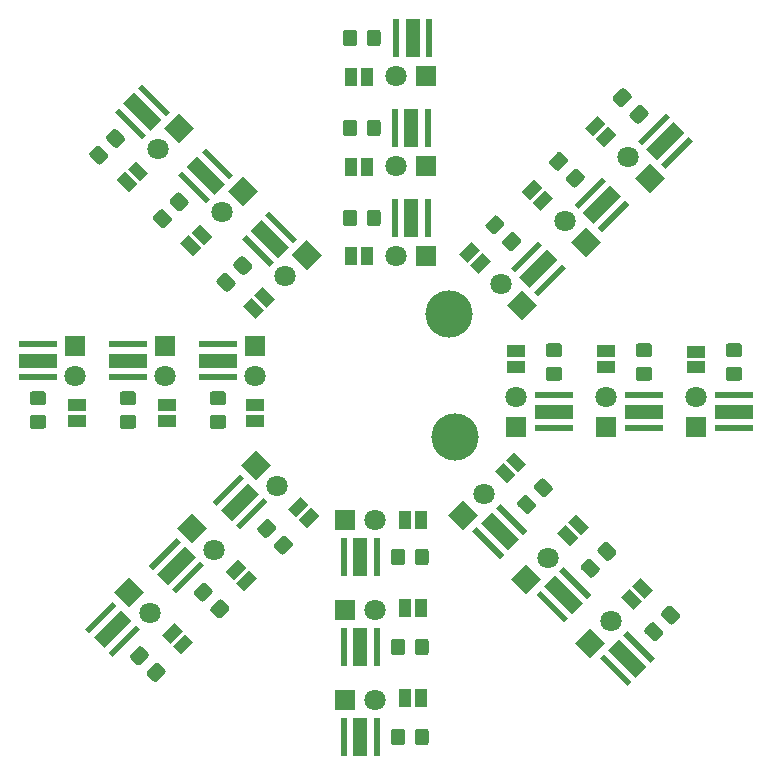
<source format=gbr>
%TF.GenerationSoftware,KiCad,Pcbnew,(5.1.9)-1*%
%TF.CreationDate,2025-04-10T23:46:23-06:00*%
%TF.ProjectId,LEDS,4c454453-2e6b-4696-9361-645f70636258,rev?*%
%TF.SameCoordinates,Original*%
%TF.FileFunction,Soldermask,Top*%
%TF.FilePolarity,Negative*%
%FSLAX46Y46*%
G04 Gerber Fmt 4.6, Leading zero omitted, Abs format (unit mm)*
G04 Created by KiCad (PCBNEW (5.1.9)-1) date 2025-04-10 23:46:23*
%MOMM*%
%LPD*%
G01*
G04 APERTURE LIST*
%ADD10R,1.800000X1.800000*%
%ADD11C,1.800000*%
%ADD12C,0.100000*%
%ADD13R,3.300000X0.500000*%
%ADD14R,3.300000X1.300000*%
%ADD15R,1.300000X3.300000*%
%ADD16R,0.500000X3.300000*%
%ADD17R,1.500000X1.000000*%
%ADD18R,1.000000X1.500000*%
%ADD19C,4.000000*%
G04 APERTURE END LIST*
D10*
%TO.C,D1*%
X169799000Y-113919000D03*
D11*
X169799000Y-111379000D03*
%TD*%
D12*
%TO.C,D2*%
G36*
X165265022Y-122702075D02*
G01*
X163992230Y-121429283D01*
X165265022Y-120156491D01*
X166537814Y-121429283D01*
X165265022Y-122702075D01*
G37*
D11*
X167061073Y-119633232D03*
%TD*%
D10*
%TO.C,D3*%
X155321000Y-121793000D03*
D11*
X157861000Y-121793000D03*
%TD*%
%TO.C,D4*%
X149550472Y-118948277D03*
D12*
G36*
X146481629Y-117152226D02*
G01*
X147754421Y-115879434D01*
X149027213Y-117152226D01*
X147754421Y-118425018D01*
X146481629Y-117152226D01*
G37*
%TD*%
D11*
%TO.C,D5*%
X147701000Y-109601000D03*
D10*
X147701000Y-107061000D03*
%TD*%
D12*
%TO.C,D6*%
G36*
X152031917Y-98113772D02*
G01*
X153304709Y-99386564D01*
X152031917Y-100659356D01*
X150759125Y-99386564D01*
X152031917Y-98113772D01*
G37*
D11*
X150235866Y-101182615D03*
%TD*%
D10*
%TO.C,D7*%
X162179000Y-99441000D03*
D11*
X159639000Y-99441000D03*
%TD*%
%TO.C,D8*%
X168510589Y-101867570D03*
D12*
G36*
X171579432Y-103663621D02*
G01*
X170306640Y-104936413D01*
X169033848Y-103663621D01*
X170306640Y-102390829D01*
X171579432Y-103663621D01*
G37*
%TD*%
D13*
%TO.C,D9*%
X172974000Y-111249000D03*
X172974000Y-114049000D03*
D14*
X172974000Y-112649000D03*
%TD*%
D12*
%TO.C,D10*%
G36*
X169115219Y-124402667D02*
G01*
X166781766Y-122069214D01*
X167701005Y-121149975D01*
X170034458Y-123483428D01*
X169115219Y-124402667D01*
G37*
G36*
X168408112Y-125109773D02*
G01*
X166074660Y-122776321D01*
X166428214Y-122422767D01*
X168761666Y-124756219D01*
X168408112Y-125109773D01*
G37*
G36*
X170388010Y-123129875D02*
G01*
X168054558Y-120796423D01*
X168408112Y-120442869D01*
X170741564Y-122776321D01*
X170388010Y-123129875D01*
G37*
%TD*%
D15*
%TO.C,D11*%
X156591000Y-124968000D03*
D16*
X155191000Y-124968000D03*
X157991000Y-124968000D03*
%TD*%
D12*
%TO.C,D12*%
G36*
X144781037Y-121002422D02*
G01*
X147114490Y-118668969D01*
X148033729Y-119588208D01*
X145700276Y-121921661D01*
X144781037Y-121002422D01*
G37*
G36*
X144073931Y-120295315D02*
G01*
X146407383Y-117961863D01*
X146760937Y-118315417D01*
X144427485Y-120648869D01*
X144073931Y-120295315D01*
G37*
G36*
X146053829Y-122275213D02*
G01*
X148387281Y-119941761D01*
X148740835Y-120295315D01*
X146407383Y-122628767D01*
X146053829Y-122275213D01*
G37*
%TD*%
D13*
%TO.C,D13*%
X144526000Y-109731000D03*
X144526000Y-106931000D03*
D14*
X144526000Y-108331000D03*
%TD*%
D12*
%TO.C,D14*%
G36*
X146908930Y-97685972D02*
G01*
X149242382Y-100019424D01*
X148888828Y-100372978D01*
X146555376Y-98039526D01*
X146908930Y-97685972D01*
G37*
G36*
X148888828Y-95706074D02*
G01*
X151222280Y-98039526D01*
X150868726Y-98393080D01*
X148535274Y-96059628D01*
X148888828Y-95706074D01*
G37*
G36*
X148181721Y-96413180D02*
G01*
X150515174Y-98746633D01*
X149595935Y-99665872D01*
X147262482Y-97332419D01*
X148181721Y-96413180D01*
G37*
%TD*%
D16*
%TO.C,D15*%
X159509000Y-96266000D03*
X162309000Y-96266000D03*
D15*
X160909000Y-96266000D03*
%TD*%
D12*
%TO.C,D16*%
G36*
X173280024Y-99813424D02*
G01*
X170946571Y-102146877D01*
X170027332Y-101227638D01*
X172360785Y-98894185D01*
X173280024Y-99813424D01*
G37*
G36*
X173987130Y-100520531D02*
G01*
X171653678Y-102853983D01*
X171300124Y-102500429D01*
X173633576Y-100166977D01*
X173987130Y-100520531D01*
G37*
G36*
X172007232Y-98540633D02*
G01*
X169673780Y-100874085D01*
X169320226Y-100520531D01*
X171653678Y-98187079D01*
X172007232Y-98540633D01*
G37*
%TD*%
D11*
%TO.C,D17*%
X177419000Y-111379000D03*
D10*
X177419000Y-113919000D03*
%TD*%
D12*
%TO.C,D18*%
G36*
X170653176Y-128090228D02*
G01*
X169380384Y-126817436D01*
X170653176Y-125544644D01*
X171925968Y-126817436D01*
X170653176Y-128090228D01*
G37*
D11*
X172449227Y-125021385D03*
%TD*%
D10*
%TO.C,D19*%
X155321000Y-129413000D03*
D11*
X157861000Y-129413000D03*
%TD*%
%TO.C,D20*%
X144162318Y-124336430D03*
D12*
G36*
X141093475Y-122540379D02*
G01*
X142366267Y-121267587D01*
X143639059Y-122540379D01*
X142366267Y-123813171D01*
X141093475Y-122540379D01*
G37*
%TD*%
D10*
%TO.C,D21*%
X140081000Y-107061000D03*
D11*
X140081000Y-109601000D03*
%TD*%
D12*
%TO.C,D22*%
G36*
X146643764Y-92725618D02*
G01*
X147916556Y-93998410D01*
X146643764Y-95271202D01*
X145370972Y-93998410D01*
X146643764Y-92725618D01*
G37*
D11*
X144847713Y-95794461D03*
%TD*%
D10*
%TO.C,D23*%
X162179000Y-91821000D03*
D11*
X159639000Y-91821000D03*
%TD*%
%TO.C,D24*%
X173898742Y-96479416D03*
D12*
G36*
X176967585Y-98275467D02*
G01*
X175694793Y-99548259D01*
X174422001Y-98275467D01*
X175694793Y-97002675D01*
X176967585Y-98275467D01*
G37*
%TD*%
D14*
%TO.C,D25*%
X180594000Y-112649000D03*
D13*
X180594000Y-114049000D03*
X180594000Y-111249000D03*
%TD*%
D12*
%TO.C,D26*%
G36*
X175776163Y-128518029D02*
G01*
X173442711Y-126184577D01*
X173796265Y-125831023D01*
X176129717Y-128164475D01*
X175776163Y-128518029D01*
G37*
G36*
X173796265Y-130497927D02*
G01*
X171462813Y-128164475D01*
X171816367Y-127810921D01*
X174149819Y-130144373D01*
X173796265Y-130497927D01*
G37*
G36*
X174503372Y-129790821D02*
G01*
X172169919Y-127457368D01*
X173089158Y-126538129D01*
X175422611Y-128871582D01*
X174503372Y-129790821D01*
G37*
%TD*%
D16*
%TO.C,D27*%
X157991000Y-132588000D03*
X155191000Y-132588000D03*
D15*
X156591000Y-132588000D03*
%TD*%
D12*
%TO.C,D28*%
G36*
X139392883Y-126390576D02*
G01*
X141726336Y-124057123D01*
X142645575Y-124976362D01*
X140312122Y-127309815D01*
X139392883Y-126390576D01*
G37*
G36*
X138685777Y-125683469D02*
G01*
X141019229Y-123350017D01*
X141372783Y-123703571D01*
X139039331Y-126037023D01*
X138685777Y-125683469D01*
G37*
G36*
X140665675Y-127663367D02*
G01*
X142999127Y-125329915D01*
X143352681Y-125683469D01*
X141019229Y-128016921D01*
X140665675Y-127663367D01*
G37*
%TD*%
D13*
%TO.C,D29*%
X136906000Y-109731000D03*
X136906000Y-106931000D03*
D14*
X136906000Y-108331000D03*
%TD*%
D12*
%TO.C,D30*%
G36*
X141520776Y-92297818D02*
G01*
X143854228Y-94631270D01*
X143500674Y-94984824D01*
X141167222Y-92651372D01*
X141520776Y-92297818D01*
G37*
G36*
X143500674Y-90317920D02*
G01*
X145834126Y-92651372D01*
X145480572Y-93004926D01*
X143147120Y-90671474D01*
X143500674Y-90317920D01*
G37*
G36*
X142793567Y-91025026D02*
G01*
X145127020Y-93358479D01*
X144207781Y-94277718D01*
X141874328Y-91944265D01*
X142793567Y-91025026D01*
G37*
%TD*%
D15*
%TO.C,D31*%
X160909000Y-88646000D03*
D16*
X162309000Y-88646000D03*
X159509000Y-88646000D03*
%TD*%
D12*
%TO.C,D32*%
G36*
X177395386Y-93152480D02*
G01*
X175061934Y-95485932D01*
X174708380Y-95132378D01*
X177041832Y-92798926D01*
X177395386Y-93152480D01*
G37*
G36*
X179375284Y-95132378D02*
G01*
X177041832Y-97465830D01*
X176688278Y-97112276D01*
X179021730Y-94778824D01*
X179375284Y-95132378D01*
G37*
G36*
X178668178Y-94425271D02*
G01*
X176334725Y-96758724D01*
X175415486Y-95839485D01*
X177748939Y-93506032D01*
X178668178Y-94425271D01*
G37*
%TD*%
D11*
%TO.C,D33*%
X185039000Y-111379000D03*
D10*
X185039000Y-113919000D03*
%TD*%
D12*
%TO.C,D34*%
G36*
X176041329Y-133478382D02*
G01*
X174768537Y-132205590D01*
X176041329Y-130932798D01*
X177314121Y-132205590D01*
X176041329Y-133478382D01*
G37*
D11*
X177837380Y-130409539D03*
%TD*%
%TO.C,D35*%
X157861000Y-137033000D03*
D10*
X155321000Y-137033000D03*
%TD*%
D12*
%TO.C,D36*%
G36*
X135705322Y-127928533D02*
G01*
X136978114Y-126655741D01*
X138250906Y-127928533D01*
X136978114Y-129201325D01*
X135705322Y-127928533D01*
G37*
D11*
X138774165Y-129724584D03*
%TD*%
%TO.C,D37*%
X132461000Y-109601000D03*
D10*
X132461000Y-107061000D03*
%TD*%
D11*
%TO.C,D38*%
X139459559Y-90406308D03*
D12*
G36*
X141255610Y-87337465D02*
G01*
X142528402Y-88610257D01*
X141255610Y-89883049D01*
X139982818Y-88610257D01*
X141255610Y-87337465D01*
G37*
%TD*%
D11*
%TO.C,D39*%
X159639000Y-84201000D03*
D10*
X162179000Y-84201000D03*
%TD*%
D11*
%TO.C,D40*%
X179286896Y-91091263D03*
D12*
G36*
X182355739Y-92887314D02*
G01*
X181082947Y-94160106D01*
X179810155Y-92887314D01*
X181082947Y-91614522D01*
X182355739Y-92887314D01*
G37*
%TD*%
D14*
%TO.C,D41*%
X188214000Y-112649000D03*
D13*
X188214000Y-114049000D03*
X188214000Y-111249000D03*
%TD*%
D12*
%TO.C,D42*%
G36*
X181166438Y-133904061D02*
G01*
X178832986Y-131570609D01*
X179186540Y-131217055D01*
X181519992Y-133550507D01*
X181166438Y-133904061D01*
G37*
G36*
X179186540Y-135883959D02*
G01*
X176853088Y-133550507D01*
X177206642Y-133196953D01*
X179540094Y-135530405D01*
X179186540Y-135883959D01*
G37*
G36*
X179893647Y-135176853D02*
G01*
X177560194Y-132843400D01*
X178479433Y-131924161D01*
X180812886Y-134257614D01*
X179893647Y-135176853D01*
G37*
%TD*%
D15*
%TO.C,D43*%
X156594000Y-140208000D03*
D16*
X155194000Y-140208000D03*
X157994000Y-140208000D03*
%TD*%
D12*
%TO.C,D44*%
G36*
X134002608Y-131776608D02*
G01*
X136336061Y-129443155D01*
X137255300Y-130362394D01*
X134921847Y-132695847D01*
X134002608Y-131776608D01*
G37*
G36*
X133295502Y-131069501D02*
G01*
X135628954Y-128736049D01*
X135982508Y-129089603D01*
X133649056Y-131423055D01*
X133295502Y-131069501D01*
G37*
G36*
X135275400Y-133049399D02*
G01*
X137608852Y-130715947D01*
X137962406Y-131069501D01*
X135628954Y-133402953D01*
X135275400Y-133049399D01*
G37*
%TD*%
D14*
%TO.C,D45*%
X129286000Y-108328000D03*
D13*
X129286000Y-106928000D03*
X129286000Y-109728000D03*
%TD*%
D12*
%TO.C,D46*%
G36*
X136134744Y-86907543D02*
G01*
X138468196Y-89240995D01*
X138114642Y-89594549D01*
X135781190Y-87261097D01*
X136134744Y-86907543D01*
G37*
G36*
X138114642Y-84927645D02*
G01*
X140448094Y-87261097D01*
X140094540Y-87614651D01*
X137761088Y-85281199D01*
X138114642Y-84927645D01*
G37*
G36*
X137407535Y-85634751D02*
G01*
X139740988Y-87968204D01*
X138821749Y-88887443D01*
X136488296Y-86553990D01*
X137407535Y-85634751D01*
G37*
%TD*%
D15*
%TO.C,D47*%
X161036000Y-81026000D03*
D16*
X162436000Y-81026000D03*
X159636000Y-81026000D03*
%TD*%
D12*
%TO.C,D48*%
G36*
X182783539Y-87764326D02*
G01*
X180450087Y-90097778D01*
X180096533Y-89744224D01*
X182429985Y-87410772D01*
X182783539Y-87764326D01*
G37*
G36*
X184763437Y-89744224D02*
G01*
X182429985Y-92077676D01*
X182076431Y-91724122D01*
X184409883Y-89390670D01*
X184763437Y-89744224D01*
G37*
G36*
X184056331Y-89037117D02*
G01*
X181722878Y-91370570D01*
X180803639Y-90451331D01*
X183137092Y-88117878D01*
X184056331Y-89037117D01*
G37*
%TD*%
D17*
%TO.C,JP1*%
X169799000Y-107554000D03*
X169799000Y-108854000D03*
%TD*%
D12*
%TO.C,JP2*%
G36*
X169023295Y-118731669D02*
G01*
X167962635Y-117671009D01*
X168669741Y-116963903D01*
X169730401Y-118024563D01*
X169023295Y-118731669D01*
G37*
G36*
X169942533Y-117812431D02*
G01*
X168881873Y-116751771D01*
X169588979Y-116044665D01*
X170649639Y-117105325D01*
X169942533Y-117812431D01*
G37*
%TD*%
D18*
%TO.C,JP3*%
X161690999Y-121793000D03*
X160390999Y-121793000D03*
%TD*%
D12*
%TO.C,JP4*%
G36*
X150452034Y-120910499D02*
G01*
X151512694Y-119849839D01*
X152219800Y-120556945D01*
X151159140Y-121617605D01*
X150452034Y-120910499D01*
G37*
G36*
X151371272Y-121829737D02*
G01*
X152431932Y-120769077D01*
X153139038Y-121476183D01*
X152078378Y-122536843D01*
X151371272Y-121829737D01*
G37*
%TD*%
D17*
%TO.C,JP5*%
X147701000Y-113426000D03*
X147701000Y-112126000D03*
%TD*%
D12*
%TO.C,JP6*%
G36*
X148273644Y-102084177D02*
G01*
X149334304Y-103144837D01*
X148627198Y-103851943D01*
X147566538Y-102791283D01*
X148273644Y-102084177D01*
G37*
G36*
X147354406Y-103003415D02*
G01*
X148415066Y-104064075D01*
X147707960Y-104771181D01*
X146647300Y-103710521D01*
X147354406Y-103003415D01*
G37*
%TD*%
D18*
%TO.C,JP7*%
X157129000Y-99441000D03*
X155829000Y-99441000D03*
%TD*%
D12*
%TO.C,JP8*%
G36*
X166700395Y-98996716D02*
G01*
X165639735Y-100057376D01*
X164932629Y-99350270D01*
X165993289Y-98289610D01*
X166700395Y-98996716D01*
G37*
G36*
X167619633Y-99915954D02*
G01*
X166558973Y-100976614D01*
X165851867Y-100269508D01*
X166912527Y-99208848D01*
X167619633Y-99915954D01*
G37*
%TD*%
D17*
%TO.C,JP9*%
X177419000Y-108854000D03*
X177419000Y-107554000D03*
%TD*%
D12*
%TO.C,JP10*%
G36*
X175240884Y-123110783D02*
G01*
X174180224Y-122050123D01*
X174887330Y-121343017D01*
X175947990Y-122403677D01*
X175240884Y-123110783D01*
G37*
G36*
X174321646Y-124030021D02*
G01*
X173260986Y-122969361D01*
X173968092Y-122262255D01*
X175028752Y-123322915D01*
X174321646Y-124030021D01*
G37*
%TD*%
D18*
%TO.C,JP11*%
X160386000Y-129286000D03*
X161686000Y-129286000D03*
%TD*%
D12*
%TO.C,JP12*%
G36*
X146072921Y-127128088D02*
G01*
X147133581Y-126067428D01*
X147840687Y-126774534D01*
X146780027Y-127835194D01*
X146072921Y-127128088D01*
G37*
G36*
X145153683Y-126208850D02*
G01*
X146214343Y-125148190D01*
X146921449Y-125855296D01*
X145860789Y-126915956D01*
X145153683Y-126208850D01*
G37*
%TD*%
D17*
%TO.C,JP13*%
X140208000Y-112126000D03*
X140208000Y-113426000D03*
%TD*%
D12*
%TO.C,JP14*%
G36*
X142056055Y-97705064D02*
G01*
X143116715Y-98765724D01*
X142409609Y-99472830D01*
X141348949Y-98412170D01*
X142056055Y-97705064D01*
G37*
G36*
X142975293Y-96785826D02*
G01*
X144035953Y-97846486D01*
X143328847Y-98553592D01*
X142268187Y-97492932D01*
X142975293Y-96785826D01*
G37*
%TD*%
D18*
%TO.C,JP15*%
X155814000Y-91948000D03*
X157114000Y-91948000D03*
%TD*%
D12*
%TO.C,JP16*%
G36*
X171988140Y-93687759D02*
G01*
X170927480Y-94748419D01*
X170220374Y-94041313D01*
X171281034Y-92980653D01*
X171988140Y-93687759D01*
G37*
G36*
X172907378Y-94606997D02*
G01*
X171846718Y-95667657D01*
X171139612Y-94960551D01*
X172200272Y-93899891D01*
X172907378Y-94606997D01*
G37*
%TD*%
D17*
%TO.C,JP17*%
X185039000Y-107569000D03*
X185039000Y-108869000D03*
%TD*%
D12*
%TO.C,JP18*%
G36*
X179709800Y-129418174D02*
G01*
X178649140Y-128357514D01*
X179356246Y-127650408D01*
X180416906Y-128711068D01*
X179709800Y-129418174D01*
G37*
G36*
X180629038Y-128498936D02*
G01*
X179568378Y-127438276D01*
X180275484Y-126731170D01*
X181336144Y-127791830D01*
X180629038Y-128498936D01*
G37*
%TD*%
D18*
%TO.C,JP19*%
X161686000Y-136906000D03*
X160386000Y-136906000D03*
%TD*%
D12*
%TO.C,JP20*%
G36*
X139765529Y-131597004D02*
G01*
X140826189Y-130536344D01*
X141533295Y-131243450D01*
X140472635Y-132304110D01*
X139765529Y-131597004D01*
G37*
G36*
X140684767Y-132516242D02*
G01*
X141745427Y-131455582D01*
X142452533Y-132162688D01*
X141391873Y-133223348D01*
X140684767Y-132516242D01*
G37*
%TD*%
D17*
%TO.C,JP21*%
X132588000Y-113426000D03*
X132588000Y-112126000D03*
%TD*%
D12*
%TO.C,JP22*%
G36*
X137587139Y-91397672D02*
G01*
X138647799Y-92458332D01*
X137940693Y-93165438D01*
X136880033Y-92104778D01*
X137587139Y-91397672D01*
G37*
G36*
X136667901Y-92316910D02*
G01*
X137728561Y-93377570D01*
X137021455Y-94084676D01*
X135960795Y-93024016D01*
X136667901Y-92316910D01*
G37*
%TD*%
D18*
%TO.C,JP23*%
X157114000Y-84328000D03*
X155814000Y-84328000D03*
%TD*%
D12*
%TO.C,JP24*%
G36*
X178295531Y-89218843D02*
G01*
X177234871Y-90279503D01*
X176527765Y-89572397D01*
X177588425Y-88511737D01*
X178295531Y-89218843D01*
G37*
G36*
X177376293Y-88299605D02*
G01*
X176315633Y-89360265D01*
X175608527Y-88653159D01*
X176669187Y-87592499D01*
X177376293Y-88299605D01*
G37*
%TD*%
%TO.C,R1*%
G36*
G01*
X172523999Y-108858000D02*
X173424001Y-108858000D01*
G75*
G02*
X173674000Y-109107999I0J-249999D01*
G01*
X173674000Y-109808001D01*
G75*
G02*
X173424001Y-110058000I-249999J0D01*
G01*
X172523999Y-110058000D01*
G75*
G02*
X172274000Y-109808001I0J249999D01*
G01*
X172274000Y-109107999D01*
G75*
G02*
X172523999Y-108858000I249999J0D01*
G01*
G37*
G36*
G01*
X172523999Y-106858000D02*
X173424001Y-106858000D01*
G75*
G02*
X173674000Y-107107999I0J-249999D01*
G01*
X173674000Y-107808001D01*
G75*
G02*
X173424001Y-108058000I-249999J0D01*
G01*
X172523999Y-108058000D01*
G75*
G02*
X172274000Y-107808001I0J249999D01*
G01*
X172274000Y-107107999D01*
G75*
G02*
X172523999Y-106858000I249999J0D01*
G01*
G37*
%TD*%
%TO.C,R2*%
G36*
G01*
X172184768Y-118363267D02*
X172821166Y-118999665D01*
G75*
G02*
X172821166Y-119353217I-176776J-176776D01*
G01*
X172326190Y-119848193D01*
G75*
G02*
X171972638Y-119848193I-176776J176776D01*
G01*
X171336240Y-119211795D01*
G75*
G02*
X171336240Y-118858243I176776J176776D01*
G01*
X171831216Y-118363267D01*
G75*
G02*
X172184768Y-118363267I176776J-176776D01*
G01*
G37*
G36*
G01*
X170770554Y-119777481D02*
X171406952Y-120413879D01*
G75*
G02*
X171406952Y-120767431I-176776J-176776D01*
G01*
X170911976Y-121262407D01*
G75*
G02*
X170558424Y-121262407I-176776J176776D01*
G01*
X169922026Y-120626009D01*
G75*
G02*
X169922026Y-120272457I176776J176776D01*
G01*
X170417002Y-119777481D01*
G75*
G02*
X170770554Y-119777481I176776J-176776D01*
G01*
G37*
%TD*%
%TO.C,R3*%
G36*
G01*
X160382000Y-124517999D02*
X160382000Y-125418001D01*
G75*
G02*
X160132001Y-125668000I-249999J0D01*
G01*
X159431999Y-125668000D01*
G75*
G02*
X159182000Y-125418001I0J249999D01*
G01*
X159182000Y-124517999D01*
G75*
G02*
X159431999Y-124268000I249999J0D01*
G01*
X160132001Y-124268000D01*
G75*
G02*
X160382000Y-124517999I0J-249999D01*
G01*
G37*
G36*
G01*
X162382000Y-124517999D02*
X162382000Y-125418001D01*
G75*
G02*
X162132001Y-125668000I-249999J0D01*
G01*
X161431999Y-125668000D01*
G75*
G02*
X161182000Y-125418001I0J249999D01*
G01*
X161182000Y-124517999D01*
G75*
G02*
X161431999Y-124268000I249999J0D01*
G01*
X162132001Y-124268000D01*
G75*
G02*
X162382000Y-124517999I0J-249999D01*
G01*
G37*
%TD*%
%TO.C,R4*%
G36*
G01*
X149406223Y-122657758D02*
X148769825Y-123294156D01*
G75*
G02*
X148416273Y-123294156I-176776J176776D01*
G01*
X147921297Y-122799180D01*
G75*
G02*
X147921297Y-122445628I176776J176776D01*
G01*
X148557695Y-121809230D01*
G75*
G02*
X148911247Y-121809230I176776J-176776D01*
G01*
X149406223Y-122304206D01*
G75*
G02*
X149406223Y-122657758I-176776J-176776D01*
G01*
G37*
G36*
G01*
X150820437Y-124071972D02*
X150184039Y-124708370D01*
G75*
G02*
X149830487Y-124708370I-176776J176776D01*
G01*
X149335511Y-124213394D01*
G75*
G02*
X149335511Y-123859842I176776J176776D01*
G01*
X149971909Y-123223444D01*
G75*
G02*
X150325461Y-123223444I176776J-176776D01*
G01*
X150820437Y-123718420D01*
G75*
G02*
X150820437Y-124071972I-176776J-176776D01*
G01*
G37*
%TD*%
%TO.C,R5*%
G36*
G01*
X144976001Y-114122000D02*
X144075999Y-114122000D01*
G75*
G02*
X143826000Y-113872001I0J249999D01*
G01*
X143826000Y-113171999D01*
G75*
G02*
X144075999Y-112922000I249999J0D01*
G01*
X144976001Y-112922000D01*
G75*
G02*
X145226000Y-113171999I0J-249999D01*
G01*
X145226000Y-113872001D01*
G75*
G02*
X144976001Y-114122000I-249999J0D01*
G01*
G37*
G36*
G01*
X144976001Y-112122000D02*
X144075999Y-112122000D01*
G75*
G02*
X143826000Y-111872001I0J249999D01*
G01*
X143826000Y-111171999D01*
G75*
G02*
X144075999Y-110922000I249999J0D01*
G01*
X144976001Y-110922000D01*
G75*
G02*
X145226000Y-111171999I0J-249999D01*
G01*
X145226000Y-111872001D01*
G75*
G02*
X144976001Y-112122000I-249999J0D01*
G01*
G37*
%TD*%
%TO.C,R6*%
G36*
G01*
X146526385Y-101038366D02*
X145889987Y-100401968D01*
G75*
G02*
X145889987Y-100048416I176776J176776D01*
G01*
X146384963Y-99553440D01*
G75*
G02*
X146738515Y-99553440I176776J-176776D01*
G01*
X147374913Y-100189838D01*
G75*
G02*
X147374913Y-100543390I-176776J-176776D01*
G01*
X146879937Y-101038366D01*
G75*
G02*
X146526385Y-101038366I-176776J176776D01*
G01*
G37*
G36*
G01*
X145112171Y-102452580D02*
X144475773Y-101816182D01*
G75*
G02*
X144475773Y-101462630I176776J176776D01*
G01*
X144970749Y-100967654D01*
G75*
G02*
X145324301Y-100967654I176776J-176776D01*
G01*
X145960699Y-101604052D01*
G75*
G02*
X145960699Y-101957604I-176776J-176776D01*
G01*
X145465723Y-102452580D01*
G75*
G02*
X145112171Y-102452580I-176776J176776D01*
G01*
G37*
%TD*%
%TO.C,R7*%
G36*
G01*
X155118000Y-96716001D02*
X155118000Y-95815999D01*
G75*
G02*
X155367999Y-95566000I249999J0D01*
G01*
X156068001Y-95566000D01*
G75*
G02*
X156318000Y-95815999I0J-249999D01*
G01*
X156318000Y-96716001D01*
G75*
G02*
X156068001Y-96966000I-249999J0D01*
G01*
X155367999Y-96966000D01*
G75*
G02*
X155118000Y-96716001I0J249999D01*
G01*
G37*
G36*
G01*
X157118000Y-96716001D02*
X157118000Y-95815999D01*
G75*
G02*
X157367999Y-95566000I249999J0D01*
G01*
X158068001Y-95566000D01*
G75*
G02*
X158318000Y-95815999I0J-249999D01*
G01*
X158318000Y-96716001D01*
G75*
G02*
X158068001Y-96966000I-249999J0D01*
G01*
X157367999Y-96966000D01*
G75*
G02*
X157118000Y-96716001I0J249999D01*
G01*
G37*
%TD*%
%TO.C,R8*%
G36*
G01*
X167240624Y-96743875D02*
X167877022Y-96107477D01*
G75*
G02*
X168230574Y-96107477I176776J-176776D01*
G01*
X168725550Y-96602453D01*
G75*
G02*
X168725550Y-96956005I-176776J-176776D01*
G01*
X168089152Y-97592403D01*
G75*
G02*
X167735600Y-97592403I-176776J176776D01*
G01*
X167240624Y-97097427D01*
G75*
G02*
X167240624Y-96743875I176776J176776D01*
G01*
G37*
G36*
G01*
X168654838Y-98158089D02*
X169291236Y-97521691D01*
G75*
G02*
X169644788Y-97521691I176776J-176776D01*
G01*
X170139764Y-98016667D01*
G75*
G02*
X170139764Y-98370219I-176776J-176776D01*
G01*
X169503366Y-99006617D01*
G75*
G02*
X169149814Y-99006617I-176776J176776D01*
G01*
X168654838Y-98511641D01*
G75*
G02*
X168654838Y-98158089I176776J176776D01*
G01*
G37*
%TD*%
%TO.C,R9*%
G36*
G01*
X180143999Y-108858000D02*
X181044001Y-108858000D01*
G75*
G02*
X181294000Y-109107999I0J-249999D01*
G01*
X181294000Y-109808001D01*
G75*
G02*
X181044001Y-110058000I-249999J0D01*
G01*
X180143999Y-110058000D01*
G75*
G02*
X179894000Y-109808001I0J249999D01*
G01*
X179894000Y-109107999D01*
G75*
G02*
X180143999Y-108858000I249999J0D01*
G01*
G37*
G36*
G01*
X180143999Y-106858000D02*
X181044001Y-106858000D01*
G75*
G02*
X181294000Y-107107999I0J-249999D01*
G01*
X181294000Y-107808001D01*
G75*
G02*
X181044001Y-108058000I-249999J0D01*
G01*
X180143999Y-108058000D01*
G75*
G02*
X179894000Y-107808001I0J249999D01*
G01*
X179894000Y-107107999D01*
G75*
G02*
X180143999Y-106858000I249999J0D01*
G01*
G37*
%TD*%
%TO.C,R10*%
G36*
G01*
X176158708Y-125165634D02*
X176795106Y-125802032D01*
G75*
G02*
X176795106Y-126155584I-176776J-176776D01*
G01*
X176300130Y-126650560D01*
G75*
G02*
X175946578Y-126650560I-176776J176776D01*
G01*
X175310180Y-126014162D01*
G75*
G02*
X175310180Y-125660610I176776J176776D01*
G01*
X175805156Y-125165634D01*
G75*
G02*
X176158708Y-125165634I176776J-176776D01*
G01*
G37*
G36*
G01*
X177572922Y-123751420D02*
X178209320Y-124387818D01*
G75*
G02*
X178209320Y-124741370I-176776J-176776D01*
G01*
X177714344Y-125236346D01*
G75*
G02*
X177360792Y-125236346I-176776J176776D01*
G01*
X176724394Y-124599948D01*
G75*
G02*
X176724394Y-124246396I176776J176776D01*
G01*
X177219370Y-123751420D01*
G75*
G02*
X177572922Y-123751420I176776J-176776D01*
G01*
G37*
%TD*%
%TO.C,R11*%
G36*
G01*
X160382000Y-132137999D02*
X160382000Y-133038001D01*
G75*
G02*
X160132001Y-133288000I-249999J0D01*
G01*
X159431999Y-133288000D01*
G75*
G02*
X159182000Y-133038001I0J249999D01*
G01*
X159182000Y-132137999D01*
G75*
G02*
X159431999Y-131888000I249999J0D01*
G01*
X160132001Y-131888000D01*
G75*
G02*
X160382000Y-132137999I0J-249999D01*
G01*
G37*
G36*
G01*
X162382000Y-132137999D02*
X162382000Y-133038001D01*
G75*
G02*
X162132001Y-133288000I-249999J0D01*
G01*
X161431999Y-133288000D01*
G75*
G02*
X161182000Y-133038001I0J249999D01*
G01*
X161182000Y-132137999D01*
G75*
G02*
X161431999Y-131888000I249999J0D01*
G01*
X162132001Y-131888000D01*
G75*
G02*
X162382000Y-132137999I0J-249999D01*
G01*
G37*
%TD*%
%TO.C,R12*%
G36*
G01*
X145432283Y-129460125D02*
X144795885Y-130096523D01*
G75*
G02*
X144442333Y-130096523I-176776J176776D01*
G01*
X143947357Y-129601547D01*
G75*
G02*
X143947357Y-129247995I176776J176776D01*
G01*
X144583755Y-128611597D01*
G75*
G02*
X144937307Y-128611597I176776J-176776D01*
G01*
X145432283Y-129106573D01*
G75*
G02*
X145432283Y-129460125I-176776J-176776D01*
G01*
G37*
G36*
G01*
X144018069Y-128045911D02*
X143381671Y-128682309D01*
G75*
G02*
X143028119Y-128682309I-176776J176776D01*
G01*
X142533143Y-128187333D01*
G75*
G02*
X142533143Y-127833781I176776J176776D01*
G01*
X143169541Y-127197383D01*
G75*
G02*
X143523093Y-127197383I176776J-176776D01*
G01*
X144018069Y-127692359D01*
G75*
G02*
X144018069Y-128045911I-176776J-176776D01*
G01*
G37*
%TD*%
%TO.C,R13*%
G36*
G01*
X137356001Y-112122000D02*
X136455999Y-112122000D01*
G75*
G02*
X136206000Y-111872001I0J249999D01*
G01*
X136206000Y-111171999D01*
G75*
G02*
X136455999Y-110922000I249999J0D01*
G01*
X137356001Y-110922000D01*
G75*
G02*
X137606000Y-111171999I0J-249999D01*
G01*
X137606000Y-111872001D01*
G75*
G02*
X137356001Y-112122000I-249999J0D01*
G01*
G37*
G36*
G01*
X137356001Y-114122000D02*
X136455999Y-114122000D01*
G75*
G02*
X136206000Y-113872001I0J249999D01*
G01*
X136206000Y-113171999D01*
G75*
G02*
X136455999Y-112922000I249999J0D01*
G01*
X137356001Y-112922000D01*
G75*
G02*
X137606000Y-113171999I0J-249999D01*
G01*
X137606000Y-113872001D01*
G75*
G02*
X137356001Y-114122000I-249999J0D01*
G01*
G37*
%TD*%
%TO.C,R14*%
G36*
G01*
X139724018Y-97064426D02*
X139087620Y-96428028D01*
G75*
G02*
X139087620Y-96074476I176776J176776D01*
G01*
X139582596Y-95579500D01*
G75*
G02*
X139936148Y-95579500I176776J-176776D01*
G01*
X140572546Y-96215898D01*
G75*
G02*
X140572546Y-96569450I-176776J-176776D01*
G01*
X140077570Y-97064426D01*
G75*
G02*
X139724018Y-97064426I-176776J176776D01*
G01*
G37*
G36*
G01*
X141138232Y-95650212D02*
X140501834Y-95013814D01*
G75*
G02*
X140501834Y-94660262I176776J176776D01*
G01*
X140996810Y-94165286D01*
G75*
G02*
X141350362Y-94165286I176776J-176776D01*
G01*
X141986760Y-94801684D01*
G75*
G02*
X141986760Y-95155236I-176776J-176776D01*
G01*
X141491784Y-95650212D01*
G75*
G02*
X141138232Y-95650212I-176776J176776D01*
G01*
G37*
%TD*%
%TO.C,R15*%
G36*
G01*
X155118000Y-89096001D02*
X155118000Y-88195999D01*
G75*
G02*
X155367999Y-87946000I249999J0D01*
G01*
X156068001Y-87946000D01*
G75*
G02*
X156318000Y-88195999I0J-249999D01*
G01*
X156318000Y-89096001D01*
G75*
G02*
X156068001Y-89346000I-249999J0D01*
G01*
X155367999Y-89346000D01*
G75*
G02*
X155118000Y-89096001I0J249999D01*
G01*
G37*
G36*
G01*
X157118000Y-89096001D02*
X157118000Y-88195999D01*
G75*
G02*
X157367999Y-87946000I249999J0D01*
G01*
X158068001Y-87946000D01*
G75*
G02*
X158318000Y-88195999I0J-249999D01*
G01*
X158318000Y-89096001D01*
G75*
G02*
X158068001Y-89346000I-249999J0D01*
G01*
X157367999Y-89346000D01*
G75*
G02*
X157118000Y-89096001I0J249999D01*
G01*
G37*
%TD*%
%TO.C,R16*%
G36*
G01*
X174042991Y-92769935D02*
X174679389Y-92133537D01*
G75*
G02*
X175032941Y-92133537I176776J-176776D01*
G01*
X175527917Y-92628513D01*
G75*
G02*
X175527917Y-92982065I-176776J-176776D01*
G01*
X174891519Y-93618463D01*
G75*
G02*
X174537967Y-93618463I-176776J176776D01*
G01*
X174042991Y-93123487D01*
G75*
G02*
X174042991Y-92769935I176776J176776D01*
G01*
G37*
G36*
G01*
X172628777Y-91355721D02*
X173265175Y-90719323D01*
G75*
G02*
X173618727Y-90719323I176776J-176776D01*
G01*
X174113703Y-91214299D01*
G75*
G02*
X174113703Y-91567851I-176776J-176776D01*
G01*
X173477305Y-92204249D01*
G75*
G02*
X173123753Y-92204249I-176776J176776D01*
G01*
X172628777Y-91709273D01*
G75*
G02*
X172628777Y-91355721I176776J176776D01*
G01*
G37*
%TD*%
%TO.C,R17*%
G36*
G01*
X187763999Y-108858000D02*
X188664001Y-108858000D01*
G75*
G02*
X188914000Y-109107999I0J-249999D01*
G01*
X188914000Y-109808001D01*
G75*
G02*
X188664001Y-110058000I-249999J0D01*
G01*
X187763999Y-110058000D01*
G75*
G02*
X187514000Y-109808001I0J249999D01*
G01*
X187514000Y-109107999D01*
G75*
G02*
X187763999Y-108858000I249999J0D01*
G01*
G37*
G36*
G01*
X187763999Y-106858000D02*
X188664001Y-106858000D01*
G75*
G02*
X188914000Y-107107999I0J-249999D01*
G01*
X188914000Y-107808001D01*
G75*
G02*
X188664001Y-108058000I-249999J0D01*
G01*
X187763999Y-108058000D01*
G75*
G02*
X187514000Y-107808001I0J249999D01*
G01*
X187514000Y-107107999D01*
G75*
G02*
X187763999Y-106858000I249999J0D01*
G01*
G37*
%TD*%
%TO.C,R18*%
G36*
G01*
X182961075Y-129139574D02*
X183597473Y-129775972D01*
G75*
G02*
X183597473Y-130129524I-176776J-176776D01*
G01*
X183102497Y-130624500D01*
G75*
G02*
X182748945Y-130624500I-176776J176776D01*
G01*
X182112547Y-129988102D01*
G75*
G02*
X182112547Y-129634550I176776J176776D01*
G01*
X182607523Y-129139574D01*
G75*
G02*
X182961075Y-129139574I176776J-176776D01*
G01*
G37*
G36*
G01*
X181546861Y-130553788D02*
X182183259Y-131190186D01*
G75*
G02*
X182183259Y-131543738I-176776J-176776D01*
G01*
X181688283Y-132038714D01*
G75*
G02*
X181334731Y-132038714I-176776J176776D01*
G01*
X180698333Y-131402316D01*
G75*
G02*
X180698333Y-131048764I176776J176776D01*
G01*
X181193309Y-130553788D01*
G75*
G02*
X181546861Y-130553788I176776J-176776D01*
G01*
G37*
%TD*%
%TO.C,R19*%
G36*
G01*
X160382000Y-139757999D02*
X160382000Y-140658001D01*
G75*
G02*
X160132001Y-140908000I-249999J0D01*
G01*
X159431999Y-140908000D01*
G75*
G02*
X159182000Y-140658001I0J249999D01*
G01*
X159182000Y-139757999D01*
G75*
G02*
X159431999Y-139508000I249999J0D01*
G01*
X160132001Y-139508000D01*
G75*
G02*
X160382000Y-139757999I0J-249999D01*
G01*
G37*
G36*
G01*
X162382000Y-139757999D02*
X162382000Y-140658001D01*
G75*
G02*
X162132001Y-140908000I-249999J0D01*
G01*
X161431999Y-140908000D01*
G75*
G02*
X161182000Y-140658001I0J249999D01*
G01*
X161182000Y-139757999D01*
G75*
G02*
X161431999Y-139508000I249999J0D01*
G01*
X162132001Y-139508000D01*
G75*
G02*
X162382000Y-139757999I0J-249999D01*
G01*
G37*
%TD*%
%TO.C,R20*%
G36*
G01*
X140044130Y-134848279D02*
X139407732Y-135484677D01*
G75*
G02*
X139054180Y-135484677I-176776J176776D01*
G01*
X138559204Y-134989701D01*
G75*
G02*
X138559204Y-134636149I176776J176776D01*
G01*
X139195602Y-133999751D01*
G75*
G02*
X139549154Y-133999751I176776J-176776D01*
G01*
X140044130Y-134494727D01*
G75*
G02*
X140044130Y-134848279I-176776J-176776D01*
G01*
G37*
G36*
G01*
X138629916Y-133434065D02*
X137993518Y-134070463D01*
G75*
G02*
X137639966Y-134070463I-176776J176776D01*
G01*
X137144990Y-133575487D01*
G75*
G02*
X137144990Y-133221935I176776J176776D01*
G01*
X137781388Y-132585537D01*
G75*
G02*
X138134940Y-132585537I176776J-176776D01*
G01*
X138629916Y-133080513D01*
G75*
G02*
X138629916Y-133434065I-176776J-176776D01*
G01*
G37*
%TD*%
%TO.C,R21*%
G36*
G01*
X129736001Y-114122000D02*
X128835999Y-114122000D01*
G75*
G02*
X128586000Y-113872001I0J249999D01*
G01*
X128586000Y-113171999D01*
G75*
G02*
X128835999Y-112922000I249999J0D01*
G01*
X129736001Y-112922000D01*
G75*
G02*
X129986000Y-113171999I0J-249999D01*
G01*
X129986000Y-113872001D01*
G75*
G02*
X129736001Y-114122000I-249999J0D01*
G01*
G37*
G36*
G01*
X129736001Y-112122000D02*
X128835999Y-112122000D01*
G75*
G02*
X128586000Y-111872001I0J249999D01*
G01*
X128586000Y-111171999D01*
G75*
G02*
X128835999Y-110922000I249999J0D01*
G01*
X129736001Y-110922000D01*
G75*
G02*
X129986000Y-111171999I0J-249999D01*
G01*
X129986000Y-111872001D01*
G75*
G02*
X129736001Y-112122000I-249999J0D01*
G01*
G37*
%TD*%
%TO.C,R22*%
G36*
G01*
X135750078Y-90262059D02*
X135113680Y-89625661D01*
G75*
G02*
X135113680Y-89272109I176776J176776D01*
G01*
X135608656Y-88777133D01*
G75*
G02*
X135962208Y-88777133I176776J-176776D01*
G01*
X136598606Y-89413531D01*
G75*
G02*
X136598606Y-89767083I-176776J-176776D01*
G01*
X136103630Y-90262059D01*
G75*
G02*
X135750078Y-90262059I-176776J176776D01*
G01*
G37*
G36*
G01*
X134335864Y-91676273D02*
X133699466Y-91039875D01*
G75*
G02*
X133699466Y-90686323I176776J176776D01*
G01*
X134194442Y-90191347D01*
G75*
G02*
X134547994Y-90191347I176776J-176776D01*
G01*
X135184392Y-90827745D01*
G75*
G02*
X135184392Y-91181297I-176776J-176776D01*
G01*
X134689416Y-91676273D01*
G75*
G02*
X134335864Y-91676273I-176776J176776D01*
G01*
G37*
%TD*%
%TO.C,R23*%
G36*
G01*
X155118000Y-81476001D02*
X155118000Y-80575999D01*
G75*
G02*
X155367999Y-80326000I249999J0D01*
G01*
X156068001Y-80326000D01*
G75*
G02*
X156318000Y-80575999I0J-249999D01*
G01*
X156318000Y-81476001D01*
G75*
G02*
X156068001Y-81726000I-249999J0D01*
G01*
X155367999Y-81726000D01*
G75*
G02*
X155118000Y-81476001I0J249999D01*
G01*
G37*
G36*
G01*
X157118000Y-81476001D02*
X157118000Y-80575999D01*
G75*
G02*
X157367999Y-80326000I249999J0D01*
G01*
X158068001Y-80326000D01*
G75*
G02*
X158318000Y-80575999I0J-249999D01*
G01*
X158318000Y-81476001D01*
G75*
G02*
X158068001Y-81726000I-249999J0D01*
G01*
X157367999Y-81726000D01*
G75*
G02*
X157118000Y-81476001I0J249999D01*
G01*
G37*
%TD*%
%TO.C,R24*%
G36*
G01*
X178016931Y-85967568D02*
X178653329Y-85331170D01*
G75*
G02*
X179006881Y-85331170I176776J-176776D01*
G01*
X179501857Y-85826146D01*
G75*
G02*
X179501857Y-86179698I-176776J-176776D01*
G01*
X178865459Y-86816096D01*
G75*
G02*
X178511907Y-86816096I-176776J176776D01*
G01*
X178016931Y-86321120D01*
G75*
G02*
X178016931Y-85967568I176776J176776D01*
G01*
G37*
G36*
G01*
X179431145Y-87381782D02*
X180067543Y-86745384D01*
G75*
G02*
X180421095Y-86745384I176776J-176776D01*
G01*
X180916071Y-87240360D01*
G75*
G02*
X180916071Y-87593912I-176776J-176776D01*
G01*
X180279673Y-88230310D01*
G75*
G02*
X179926121Y-88230310I-176776J176776D01*
G01*
X179431145Y-87735334D01*
G75*
G02*
X179431145Y-87381782I176776J176776D01*
G01*
G37*
%TD*%
D19*
%TO.C,TP1*%
X164592000Y-114808000D03*
%TD*%
%TO.C,TP2*%
X164084000Y-104394000D03*
%TD*%
M02*

</source>
